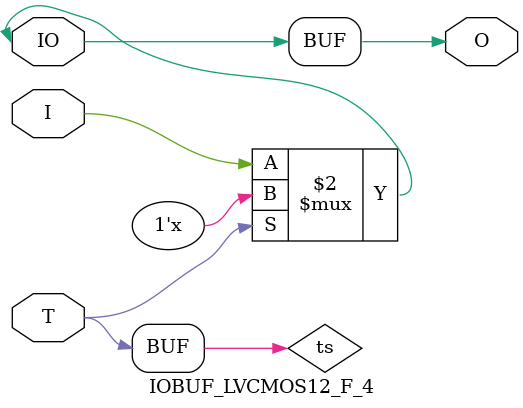
<source format=v>

/*

FUNCTION    : INPUT TRI-STATE OUTPUT BUFFER

*/

`celldefine
`timescale  100 ps / 10 ps

module IOBUF_LVCMOS12_F_4 (O, IO, I, T);

    output O;

    inout  IO;

    input  I, T;

    or O1 (ts, 1'b0, T);
    bufif0 T1 (IO, I, ts);

    buf B1 (O, IO);

endmodule

</source>
